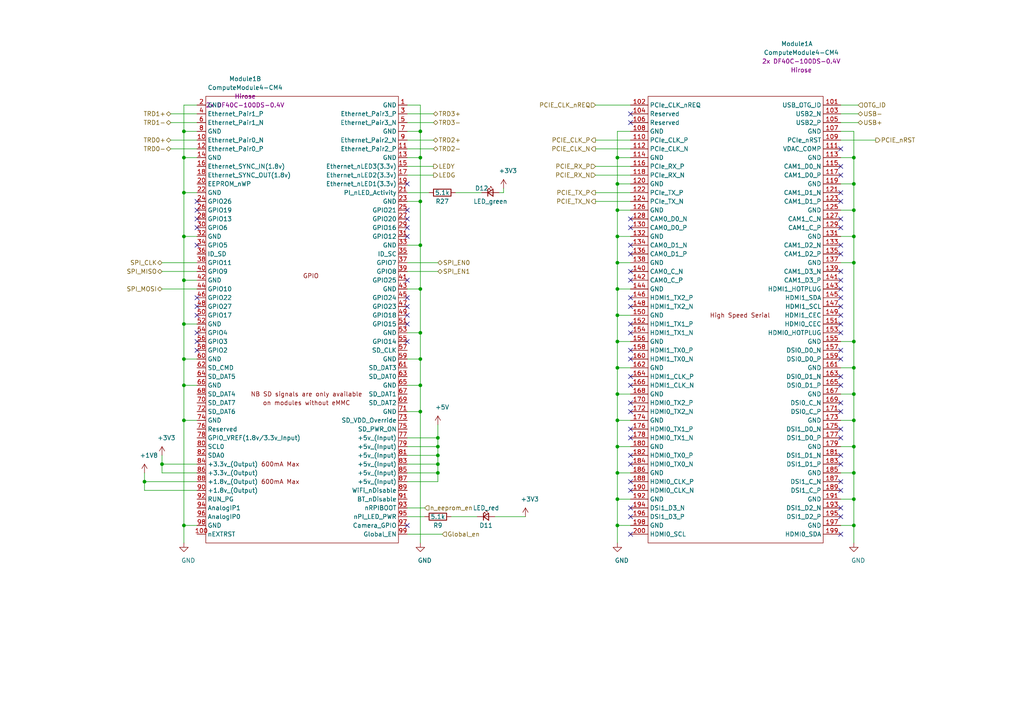
<source format=kicad_sch>
(kicad_sch (version 20211123) (generator eeschema)
  (paper "A4")
  (lib_symbols
    (symbol "CM4_NAS:ComputeModule4-CM4"
      (property "Reference" "Module" (at 113.03 -68.58 0))
      (property "Value" "ComputeModule4-CM4" (at 140.97 2.54 0))
      (property "Field4" "Hirose" (at 0 0 0))
      (property "Field5" "2x DF40C-100DS-0.4V" (at 0 -2.54 0))
      (symbol "ComputeModule4-CM4_1_0"
        (text "GPIO" (at 0 6.35 0) (effects (font (size 1.27 1.27))))
      )
      (symbol "ComputeModule4-CM4_1_1"
        (rectangle (start -30.48 -71.12) (end 25.4 58.42))
        (text "600mA Max" (at -8.89 -53.34 0) (effects (font (size 1.27 1.27))))
        (text "600mA Max" (at -8.89 -48.26 0) (effects (font (size 1.27 1.27))))
        (text "NB SD signals are only available" (at -1.27 -27.94 0) (effects (font (size 1.27 1.27))))
        (text "on modules without eMMC" (at -1.27 -30.48 0) (effects (font (size 1.27 1.27))))
        (pin power_in line (at 27.94 55.88 180) (length 2.54) (name "GND") (number "1"))
        (pin passive line (at -33.02 45.72 0) (length 2.54) (name "Ethernet_Pair0_N") (number "10"))
        (pin output line (at -33.02 -68.58 0) (length 2.54) (name "nEXTRST") (number "100"))
        (pin passive line (at 27.94 43.18 180) (length 2.54) (name "Ethernet_Pair2_P") (number "11"))
        (pin passive line (at -33.02 43.18 0) (length 2.54) (name "Ethernet_Pair0_P") (number "12"))
        (pin power_in line (at 27.94 40.64 180) (length 2.54) (name "GND") (number "13"))
        (pin power_in line (at -33.02 40.64 0) (length 2.54) (name "GND") (number "14"))
        (pin output line (at 27.94 38.1 180) (length 2.54) (name "Ethernet_nLED3(3.3v)") (number "15"))
        (pin input line (at -33.02 38.1 0) (length 2.54) (name "Ethernet_SYNC_IN(1.8v)") (number "16"))
        (pin output line (at 27.94 35.56 180) (length 2.54) (name "Ethernet_nLED2(3.3v)") (number "17"))
        (pin input line (at -33.02 35.56 0) (length 2.54) (name "Ethernet_SYNC_OUT(1.8v)") (number "18"))
        (pin output line (at 27.94 33.02 180) (length 2.54) (name "Ethernet_nLED1(3.3v)") (number "19"))
        (pin power_in line (at -33.02 55.88 0) (length 2.54) (name "GND") (number "2"))
        (pin passive line (at -33.02 33.02 0) (length 2.54) (name "EEPROM_nWP") (number "20"))
        (pin open_collector line (at 27.94 30.48 180) (length 2.54) (name "PI_nLED_Activity") (number "21"))
        (pin power_in line (at -33.02 30.48 0) (length 2.54) (name "GND") (number "22"))
        (pin power_in line (at 27.94 27.94 180) (length 2.54) (name "GND") (number "23"))
        (pin passive line (at -33.02 27.94 0) (length 2.54) (name "GPIO26") (number "24"))
        (pin passive line (at 27.94 25.4 180) (length 2.54) (name "GPIO21") (number "25"))
        (pin passive line (at -33.02 25.4 0) (length 2.54) (name "GPIO19") (number "26"))
        (pin passive line (at 27.94 22.86 180) (length 2.54) (name "GPIO20") (number "27"))
        (pin passive line (at -33.02 22.86 0) (length 2.54) (name "GPIO13") (number "28"))
        (pin passive line (at 27.94 20.32 180) (length 2.54) (name "GPIO16") (number "29"))
        (pin passive line (at 27.94 53.34 180) (length 2.54) (name "Ethernet_Pair3_P") (number "3"))
        (pin passive line (at -33.02 20.32 0) (length 2.54) (name "GPIO6") (number "30"))
        (pin passive line (at 27.94 17.78 180) (length 2.54) (name "GPIO12") (number "31"))
        (pin power_in line (at -33.02 17.78 0) (length 2.54) (name "GND") (number "32"))
        (pin power_in line (at 27.94 15.24 180) (length 2.54) (name "GND") (number "33"))
        (pin passive line (at -33.02 15.24 0) (length 2.54) (name "GPIO5") (number "34"))
        (pin passive line (at 27.94 12.7 180) (length 2.54) (name "ID_SC") (number "35"))
        (pin passive line (at -33.02 12.7 0) (length 2.54) (name "ID_SD") (number "36"))
        (pin passive line (at 27.94 10.16 180) (length 2.54) (name "GPIO7") (number "37"))
        (pin passive line (at -33.02 10.16 0) (length 2.54) (name "GPIO11") (number "38"))
        (pin passive line (at 27.94 7.62 180) (length 2.54) (name "GPIO8") (number "39"))
        (pin passive line (at -33.02 53.34 0) (length 2.54) (name "Ethernet_Pair1_P") (number "4"))
        (pin passive line (at -33.02 7.62 0) (length 2.54) (name "GPIO9") (number "40"))
        (pin passive line (at 27.94 5.08 180) (length 2.54) (name "GPIO25") (number "41"))
        (pin power_in line (at -33.02 5.08 0) (length 2.54) (name "GND") (number "42"))
        (pin power_in line (at 27.94 2.54 180) (length 2.54) (name "GND") (number "43"))
        (pin passive line (at -33.02 2.54 0) (length 2.54) (name "GPIO10") (number "44"))
        (pin passive line (at 27.94 0 180) (length 2.54) (name "GPIO24") (number "45"))
        (pin passive line (at -33.02 0 0) (length 2.54) (name "GPIO22") (number "46"))
        (pin passive line (at 27.94 -2.54 180) (length 2.54) (name "GPIO23") (number "47"))
        (pin passive line (at -33.02 -2.54 0) (length 2.54) (name "GPIO27") (number "48"))
        (pin passive line (at 27.94 -5.08 180) (length 2.54) (name "GPIO18") (number "49"))
        (pin passive line (at 27.94 50.8 180) (length 2.54) (name "Ethernet_Pair3_N") (number "5"))
        (pin passive line (at -33.02 -5.08 0) (length 2.54) (name "GPIO17") (number "50"))
        (pin passive line (at 27.94 -7.62 180) (length 2.54) (name "GPIO15") (number "51"))
        (pin power_in line (at -33.02 -7.62 0) (length 2.54) (name "GND") (number "52"))
        (pin power_in line (at 27.94 -10.16 180) (length 2.54) (name "GND") (number "53"))
        (pin passive line (at -33.02 -10.16 0) (length 2.54) (name "GPIO4") (number "54"))
        (pin passive line (at 27.94 -12.7 180) (length 2.54) (name "GPIO14") (number "55"))
        (pin passive line (at -33.02 -12.7 0) (length 2.54) (name "GPIO3") (number "56"))
        (pin passive line (at 27.94 -15.24 180) (length 2.54) (name "SD_CLK") (number "57"))
        (pin passive line (at -33.02 -15.24 0) (length 2.54) (name "GPIO2") (number "58"))
        (pin power_in line (at 27.94 -17.78 180) (length 2.54) (name "GND") (number "59"))
        (pin passive line (at -33.02 50.8 0) (length 2.54) (name "Ethernet_Pair1_N") (number "6"))
        (pin power_in line (at -33.02 -17.78 0) (length 2.54) (name "GND") (number "60"))
        (pin passive line (at 27.94 -20.32 180) (length 2.54) (name "SD_DAT3") (number "61"))
        (pin passive line (at -33.02 -20.32 0) (length 2.54) (name "SD_CMD") (number "62"))
        (pin passive line (at 27.94 -22.86 180) (length 2.54) (name "SD_DAT0") (number "63"))
        (pin passive line (at -33.02 -22.86 0) (length 2.54) (name "SD_DAT5") (number "64"))
        (pin power_in line (at 27.94 -25.4 180) (length 2.54) (name "GND") (number "65"))
        (pin power_in line (at -33.02 -25.4 0) (length 2.54) (name "GND") (number "66"))
        (pin passive line (at 27.94 -27.94 180) (length 2.54) (name "SD_DAT1") (number "67"))
        (pin passive line (at -33.02 -27.94 0) (length 2.54) (name "SD_DAT4") (number "68"))
        (pin passive line (at 27.94 -30.48 180) (length 2.54) (name "SD_DAT2") (number "69"))
        (pin power_in line (at 27.94 48.26 180) (length 2.54) (name "GND") (number "7"))
        (pin passive line (at -33.02 -30.48 0) (length 2.54) (name "SD_DAT7") (number "70"))
        (pin power_in line (at 27.94 -33.02 180) (length 2.54) (name "GND") (number "71"))
        (pin passive line (at -33.02 -33.02 0) (length 2.54) (name "SD_DAT6") (number "72"))
        (pin input line (at 27.94 -35.56 180) (length 2.54) (name "SD_VDD_Override") (number "73"))
        (pin power_in line (at -33.02 -35.56 0) (length 2.54) (name "GND") (number "74"))
        (pin output line (at 27.94 -38.1 180) (length 2.54) (name "SD_PWR_ON") (number "75"))
        (pin passive line (at -33.02 -38.1 0) (length 2.54) (name "Reserved") (number "76"))
        (pin power_in line (at 27.94 -40.64 180) (length 2.54) (name "+5v_(Input)") (number "77"))
        (pin power_in line (at -33.02 -40.64 0) (length 2.54) (name "GPIO_VREF(1.8v/3.3v_Input)") (number "78"))
        (pin power_in line (at 27.94 -43.18 180) (length 2.54) (name "+5v_(Input)") (number "79"))
        (pin power_in line (at -33.02 48.26 0) (length 2.54) (name "GND") (number "8"))
        (pin passive line (at -33.02 -43.18 0) (length 2.54) (name "SCL0") (number "80"))
        (pin power_in line (at 27.94 -45.72 180) (length 2.54) (name "+5v_(Input)") (number "81"))
        (pin passive line (at -33.02 -45.72 0) (length 2.54) (name "SDA0") (number "82"))
        (pin power_in line (at 27.94 -48.26 180) (length 2.54) (name "+5v_(Input)") (number "83"))
        (pin power_out line (at -33.02 -48.26 0) (length 2.54) (name "+3.3v_(Output)") (number "84"))
        (pin power_in line (at 27.94 -50.8 180) (length 2.54) (name "+5v_(Input)") (number "85"))
        (pin power_out line (at -33.02 -50.8 0) (length 2.54) (name "+3.3v_(Output)") (number "86"))
        (pin power_in line (at 27.94 -53.34 180) (length 2.54) (name "+5v_(Input)") (number "87"))
        (pin power_out line (at -33.02 -53.34 0) (length 2.54) (name "+1.8v_(Output)") (number "88"))
        (pin power_in line (at 27.94 -55.88 180) (length 2.54) (name "WiFi_nDisable") (number "89"))
        (pin passive line (at 27.94 45.72 180) (length 2.54) (name "Ethernet_Pair2_N") (number "9"))
        (pin power_out line (at -33.02 -55.88 0) (length 2.54) (name "+1.8v_(Output)") (number "90"))
        (pin power_in line (at 27.94 -58.42 180) (length 2.54) (name "BT_nDisable") (number "91"))
        (pin passive line (at -33.02 -58.42 0) (length 2.54) (name "RUN_PG") (number "92"))
        (pin input line (at 27.94 -60.96 180) (length 2.54) (name "nRPIBOOT") (number "93"))
        (pin passive line (at -33.02 -60.96 0) (length 2.54) (name "AnalogIP1") (number "94"))
        (pin output line (at 27.94 -63.5 180) (length 2.54) (name "nPI_LED_PWR") (number "95"))
        (pin passive line (at -33.02 -63.5 0) (length 2.54) (name "AnalogIP0") (number "96"))
        (pin passive line (at 27.94 -66.04 180) (length 2.54) (name "Camera_GPIO") (number "97"))
        (pin power_in line (at -33.02 -66.04 0) (length 2.54) (name "GND") (number "98"))
        (pin input line (at 27.94 -68.58 180) (length 2.54) (name "Global_EN") (number "99"))
      )
      (symbol "ComputeModule4-CM4_2_1"
        (rectangle (start 114.3 -66.04) (end 165.1 63.5))
        (text "High Speed Serial" (at 140.97 0 0) (effects (font (size 1.27 1.27))))
        (pin input line (at 170.18 60.96 180) (length 5.08) (name "USB_OTG_ID") (number "101"))
        (pin input line (at 109.22 60.96 0) (length 5.08) (name "PCIe_CLK_nREQ") (number "102"))
        (pin passive line (at 170.18 58.42 180) (length 5.08) (name "USB2_N") (number "103"))
        (pin passive line (at 109.22 58.42 0) (length 5.08) (name "Reserved") (number "104"))
        (pin passive line (at 170.18 55.88 180) (length 5.08) (name "USB2_P") (number "105"))
        (pin passive line (at 109.22 55.88 0) (length 5.08) (name "Reserved") (number "106"))
        (pin power_in line (at 170.18 53.34 180) (length 5.08) (name "GND") (number "107"))
        (pin power_in line (at 109.22 53.34 0) (length 5.08) (name "GND") (number "108"))
        (pin bidirectional line (at 170.18 50.8 180) (length 5.08) (name "PCIe_nRST") (number "109"))
        (pin output line (at 109.22 50.8 0) (length 5.08) (name "PCIe_CLK_P") (number "110"))
        (pin passive line (at 170.18 48.26 180) (length 5.08) (name "VDAC_COMP") (number "111"))
        (pin output line (at 109.22 48.26 0) (length 5.08) (name "PCIe_CLK_N") (number "112"))
        (pin power_in line (at 170.18 45.72 180) (length 5.08) (name "GND") (number "113"))
        (pin power_in line (at 109.22 45.72 0) (length 5.08) (name "GND") (number "114"))
        (pin input line (at 170.18 43.18 180) (length 5.08) (name "CAM1_D0_N") (number "115"))
        (pin input line (at 109.22 43.18 0) (length 5.08) (name "PCIe_RX_P") (number "116"))
        (pin input line (at 170.18 40.64 180) (length 5.08) (name "CAM1_D0_P") (number "117"))
        (pin input line (at 109.22 40.64 0) (length 5.08) (name "PCIe_RX_N") (number "118"))
        (pin power_in line (at 170.18 38.1 180) (length 5.08) (name "GND") (number "119"))
        (pin power_in line (at 109.22 38.1 0) (length 5.08) (name "GND") (number "120"))
        (pin input line (at 170.18 35.56 180) (length 5.08) (name "CAM1_D1_N") (number "121"))
        (pin output line (at 109.22 35.56 0) (length 5.08) (name "PCIe_TX_P") (number "122"))
        (pin input line (at 170.18 33.02 180) (length 5.08) (name "CAM1_D1_P") (number "123"))
        (pin output line (at 109.22 33.02 0) (length 5.08) (name "PCIe_TX_N") (number "124"))
        (pin power_in line (at 170.18 30.48 180) (length 5.08) (name "GND") (number "125"))
        (pin power_in line (at 109.22 30.48 0) (length 5.08) (name "GND") (number "126"))
        (pin input line (at 170.18 27.94 180) (length 5.08) (name "CAM1_C_N") (number "127"))
        (pin input line (at 109.22 27.94 0) (length 5.08) (name "CAM0_D0_N") (number "128"))
        (pin input line (at 170.18 25.4 180) (length 5.08) (name "CAM1_C_P") (number "129"))
        (pin input line (at 109.22 25.4 0) (length 5.08) (name "CAM0_D0_P") (number "130"))
        (pin power_in line (at 170.18 22.86 180) (length 5.08) (name "GND") (number "131"))
        (pin power_in line (at 109.22 22.86 0) (length 5.08) (name "GND") (number "132"))
        (pin input line (at 170.18 20.32 180) (length 5.08) (name "CAM1_D2_N") (number "133"))
        (pin input line (at 109.22 20.32 0) (length 5.08) (name "CAM0_D1_N") (number "134"))
        (pin input line (at 170.18 17.78 180) (length 5.08) (name "CAM1_D2_P") (number "135"))
        (pin input line (at 109.22 17.78 0) (length 5.08) (name "CAM0_D1_P") (number "136"))
        (pin power_in line (at 170.18 15.24 180) (length 5.08) (name "GND") (number "137"))
        (pin power_in line (at 109.22 15.24 0) (length 5.08) (name "GND") (number "138"))
        (pin input line (at 170.18 12.7 180) (length 5.08) (name "CAM1_D3_N") (number "139"))
        (pin input line (at 109.22 12.7 0) (length 5.08) (name "CAM0_C_N") (number "140"))
        (pin input line (at 170.18 10.16 180) (length 5.08) (name "CAM1_D3_P") (number "141"))
        (pin input line (at 109.22 10.16 0) (length 5.08) (name "CAM0_C_P") (number "142"))
        (pin input line (at 170.18 7.62 180) (length 5.08) (name "HDMI1_HOTPLUG") (number "143"))
        (pin power_in line (at 109.22 7.62 0) (length 5.08) (name "GND") (number "144"))
        (pin bidirectional line (at 170.18 5.08 180) (length 5.08) (name "HDMI1_SDA") (number "145"))
        (pin output line (at 109.22 5.08 0) (length 5.08) (name "HDMI1_TX2_P") (number "146"))
        (pin open_collector line (at 170.18 2.54 180) (length 5.08) (name "HDMI1_SCL") (number "147"))
        (pin output line (at 109.22 2.54 0) (length 5.08) (name "HDMI1_TX2_N") (number "148"))
        (pin open_collector line (at 170.18 0 180) (length 5.08) (name "HDMI1_CEC") (number "149"))
        (pin power_in line (at 109.22 0 0) (length 5.08) (name "GND") (number "150"))
        (pin open_collector line (at 170.18 -2.54 180) (length 5.08) (name "HDMI0_CEC") (number "151"))
        (pin output line (at 109.22 -2.54 0) (length 5.08) (name "HDMI1_TX1_P") (number "152"))
        (pin input line (at 170.18 -5.08 180) (length 5.08) (name "HDMI0_HOTPLUG") (number "153"))
        (pin output line (at 109.22 -5.08 0) (length 5.08) (name "HDMI1_TX1_N") (number "154"))
        (pin power_in line (at 170.18 -7.62 180) (length 5.08) (name "GND") (number "155"))
        (pin power_in line (at 109.22 -7.62 0) (length 5.08) (name "GND") (number "156"))
        (pin output line (at 170.18 -10.16 180) (length 5.08) (name "DSI0_D0_N") (number "157"))
        (pin output line (at 109.22 -10.16 0) (length 5.08) (name "HDMI1_TX0_P") (number "158"))
        (pin output line (at 170.18 -12.7 180) (length 5.08) (name "DSI0_D0_P") (number "159"))
        (pin output line (at 109.22 -12.7 0) (length 5.08) (name "HDMI1_TX0_N") (number "160"))
        (pin power_in line (at 170.18 -15.24 180) (length 5.08) (name "GND") (number "161"))
        (pin power_in line (at 109.22 -15.24 0) (length 5.08) (name "GND") (number "162"))
        (pin output line (at 170.18 -17.78 180) (length 5.08) (name "DSI0_D1_N") (number "163"))
        (pin output line (at 109.22 -17.78 0) (length 5.08) (name "HDMI1_CLK_P") (number "164"))
        (pin output line (at 170.18 -20.32 180) (length 5.08) (name "DSI0_D1_P") (number "165"))
        (pin output line (at 109.22 -20.32 0) (length 5.08) (name "HDMI1_CLK_N") (number "166"))
        (pin power_in line (at 170.18 -22.86 180) (length 5.08) (name "GND") (number "167"))
        (pin power_in line (at 109.22 -22.86 0) (length 5.08) (name "GND") (number "168"))
        (pin output line (at 170.18 -25.4 180) (length 5.08) (name "DSI0_C_N") (number "169"))
        (pin output line (at 109.22 -25.4 0) (length 5.08) (name "HDMI0_TX2_P") (number "170"))
        (pin output line (at 170.18 -27.94 180) (length 5.08) (name "DSI0_C_P") (number "171"))
        (pin output line (at 109.22 -27.94 0) (length 5.08) (name "HDMI0_TX2_N") (number "172"))
        (pin power_in line (at 170.18 -30.48 180) (length 5.08) (name "GND") (number "173"))
        (pin power_in line (at 109.22 -30.48 0) (length 5.08) (name "GND") (number "174"))
        (pin output line (at 170.18 -33.02 180) (length 5.08) (name "DSI1_D0_N") (number "175"))
        (pin output line (at 109.22 -33.02 0) (length 5.08) (name "HDMI0_TX1_P") (number "176"))
        (pin output line (at 170.18 -35.56 180) (length 5.08) (name "DSI1_D0_P") (number "177"))
        (pin output line (at 109.22 -35.56 0) (length 5.08) (name "HDMI0_TX1_N") (number "178"))
        (pin power_in line (at 170.18 -38.1 180) (length 5.08) (name "GND") (number "179"))
        (pin power_in line (at 109.22 -38.1 0) (length 5.08) (name "GND") (number "180"))
        (pin output line (at 170.18 -40.64 180) (length 5.08) (name "DSI1_D1_N") (number "181"))
        (pin output line (at 109.22 -40.64 0) (length 5.08) (name "HDMI0_TX0_P") (number "182"))
        (pin output line (at 170.18 -43.18 180) (length 5.08) (name "DSI1_D1_P") (number "183"))
        (pin output line (at 109.22 -43.18 0) (length 5.08) (name "HDMI0_TX0_N") (number "184"))
        (pin power_in line (at 170.18 -45.72 180) (length 5.08) (name "GND") (number "185"))
        (pin power_in line (at 109.22 -45.72 0) (length 5.08) (name "GND") (number "186"))
        (pin output line (at 170.18 -48.26 180) (length 5.08) (name "DSI1_C_N") (number "187"))
        (pin output line (at 109.22 -48.26 0) (length 5.08) (name "HDMI0_CLK_P") (number "188"))
        (pin output line (at 170.18 -50.8 180) (length 5.08) (name "DSI1_C_P") (number "189"))
        (pin output line (at 109.22 -50.8 0) (length 5.08) (name "HDMI0_CLK_N") (number "190"))
        (pin power_in line (at 170.18 -53.34 180) (length 5.08) (name "GND") (number "191"))
        (pin power_in line (at 109.22 -53.34 0) (length 5.08) (name "GND") (number "192"))
        (pin output line (at 170.18 -55.88 180) (length 5.08) (name "DSI1_D2_N") (number "193"))
        (pin output line (at 109.22 -55.88 0) (length 5.08) (name "DSI1_D3_N") (number "194"))
        (pin output line (at 170.18 -58.42 180) (length 5.08) (name "DSI1_D2_P") (number "195"))
        (pin output line (at 109.22 -58.42 0) (length 5.08) (name "DSI1_D3_P") (number "196"))
        (pin power_in line (at 170.18 -60.96 180) (length 5.08) (name "GND") (number "197"))
        (pin power_in line (at 109.22 -60.96 0) (length 5.08) (name "GND") (number "198"))
        (pin bidirectional line (at 170.18 -63.5 180) (length 5.08) (name "HDMI0_SDA") (number "199"))
        (pin open_collector line (at 109.22 -63.5 0) (length 5.08) (name "HDMI0_SCL") (number "200"))
      )
    )
    (symbol "Device:LED_Small" (pin_numbers hide) (pin_names (offset 0.254) hide)
      (property "Reference" "D" (at -1.27 3.175 0))
      (property "Value" "LED_Small" (at -4.445 -2.54 0))
      (symbol "LED_Small_0_1"
        (polyline (pts (xy -0.762 -1.016) (xy -0.762 1.016)) (stroke (width 0.254)))
        (polyline (pts (xy 1.016 0) (xy -0.762 0)))
        (polyline (pts (xy 0.762 -1.016) (xy -0.762 0) (xy 0.762 1.016) (xy 0.762 -1.016)) (stroke (width 0.254)))
        (polyline (pts (xy 0 0.762) (xy -0.508 1.27) (xy -0.254 1.27) (xy -0.508 1.27) (xy -0.508 1.016)))
        (polyline (pts (xy 0.508 1.27) (xy 0 1.778) (xy 0.254 1.778) (xy 0 1.778) (xy 0 1.524)))
      )
      (symbol "LED_Small_1_1"
        (pin passive line (at -2.54 0 0) (length 1.778) (name "K") (number "1"))
        (pin passive line (at 2.54 0 180) (length 1.778) (name "A") (number "2"))
      )
    )
    (symbol "Device:R" (pin_numbers hide) (pin_names (offset 0))
      (property "Reference" "R" (at 2.032 0 90))
      (property "Value" "R" (at 0 0 90))
      (symbol "R_0_1"
        (rectangle (start -1.016 -2.54) (end 1.016 2.54) (stroke (width 0.254)))
      )
      (symbol "R_1_1"
        (pin passive line (at 0 3.81 270) (length 1.27) (name "~") (number "1"))
        (pin passive line (at 0 -3.81 90) (length 1.27) (name "~") (number "2"))
      )
    )
    (symbol "power:+1V8" (power) (pin_names (offset 0))
      (property "Value" "+1V8" (at 0 3.556 0))
      (symbol "+1V8_0_1"
        (polyline (pts (xy -0.762 1.27) (xy 0 2.54)))
        (polyline (pts (xy 0 0) (xy 0 2.54)))
        (polyline (pts (xy 0 2.54) (xy 0.762 1.27)))
      )
      (symbol "+1V8_1_1"
        (pin power_in line (at 0 0 90) (length 0) hide (name "+1V8") (number "1"))
      )
    )
    (symbol "power:+3V3" (power) (pin_names (offset 0))
      (property "Value" "+3V3" (at 0 3.556 0))
      (symbol "+3V3_0_1"
        (polyline (pts (xy -0.762 1.27) (xy 0 2.54)))
        (polyline (pts (xy 0 0) (xy 0 2.54)))
        (polyline (pts (xy 0 2.54) (xy 0.762 1.27)))
      )
      (symbol "+3V3_1_1"
        (pin power_in line (at 0 0 90) (length 0) hide (name "+3V3") (number "1"))
      )
    )
    (symbol "power:+5V" (power) (pin_names (offset 0))
      (property "Value" "+5V" (at 0 3.556 0))
      (symbol "+5V_0_1"
        (polyline (pts (xy -0.762 1.27) (xy 0 2.54)))
        (polyline (pts (xy 0 0) (xy 0 2.54)))
        (polyline (pts (xy 0 2.54) (xy 0.762 1.27)))
      )
      (symbol "+5V_1_1"
        (pin power_in line (at 0 0 90) (length 0) hide (name "+5V") (number "1"))
      )
    )
    (symbol "power:GND" (power) (pin_names (offset 0))
      (property "Value" "GND" (at 0 -3.81 0))
      (symbol "GND_0_1"
        (polyline (pts (xy 0 0) (xy 0 -1.27) (xy 1.27 -1.27) (xy 0 -2.54) (xy -1.27 -1.27) (xy 0 -1.27)))
      )
      (symbol "GND_1_1"
        (pin power_in line (at 0 0 270) (length 0) hide (name "GND") (number "1"))
      )
    )
  )
  (junction (at 247.65 129.54) (diameter 0.9144))
  (junction (at 179.07 45.72) (diameter 0.9144))
  (junction (at 179.07 121.92) (diameter 0.9144))
  (junction (at 41.91 139.7) (diameter 0.9144))
  (junction (at 127 137.16) (diameter 0.9144))
  (junction (at 53.34 68.58) (diameter 0.9144))
  (junction (at 247.65 106.68) (diameter 0.9144))
  (junction (at 53.34 81.28) (diameter 0.9144))
  (junction (at 247.65 99.06) (diameter 0.9144))
  (junction (at 121.92 38.1) (diameter 0.9144))
  (junction (at 179.07 91.44) (diameter 0.9144))
  (junction (at 179.07 60.96) (diameter 0.9144))
  (junction (at 121.92 119.38) (diameter 0.9144))
  (junction (at 127 129.54) (diameter 0.9144))
  (junction (at 247.65 144.78) (diameter 0.9144))
  (junction (at 247.65 114.3) (diameter 0.9144))
  (junction (at 53.34 93.98) (diameter 0.9144))
  (junction (at 247.65 76.2) (diameter 0.9144))
  (junction (at 179.07 152.4) (diameter 0.9144))
  (junction (at 247.65 45.72) (diameter 0.9144))
  (junction (at 179.07 106.68) (diameter 0.9144))
  (junction (at 247.65 137.16) (diameter 0.9144))
  (junction (at 179.07 129.54) (diameter 0.9144))
  (junction (at 53.34 121.92) (diameter 0.9144))
  (junction (at 53.34 38.1) (diameter 0.9144))
  (junction (at 127 132.08) (diameter 0.9144))
  (junction (at 121.92 96.52) (diameter 0.9144))
  (junction (at 121.92 71.12) (diameter 0.9144))
  (junction (at 247.65 68.58) (diameter 0.9144))
  (junction (at 247.65 60.96) (diameter 0.9144))
  (junction (at 179.07 137.16) (diameter 0.9144))
  (junction (at 53.34 152.4) (diameter 0.9144))
  (junction (at 121.92 104.14) (diameter 0.9144))
  (junction (at 179.07 83.82) (diameter 0.9144))
  (junction (at 53.34 104.14) (diameter 0.9144))
  (junction (at 127 127) (diameter 0.9144))
  (junction (at 247.65 152.4) (diameter 0.9144))
  (junction (at 179.07 68.58) (diameter 0.9144))
  (junction (at 179.07 76.2) (diameter 0.9144))
  (junction (at 53.34 111.76) (diameter 0.9144))
  (junction (at 121.92 58.42) (diameter 0.9144))
  (junction (at 53.34 55.88) (diameter 0.9144))
  (junction (at 247.65 53.34) (diameter 0.9144))
  (junction (at 179.07 53.34) (diameter 0.9144))
  (junction (at 46.99 134.62) (diameter 0.9144))
  (junction (at 121.92 83.82) (diameter 0.9144))
  (junction (at 127 134.62) (diameter 0.9144))
  (junction (at 53.34 45.72) (diameter 0.9144))
  (junction (at 179.07 144.78) (diameter 0.9144))
  (junction (at 179.07 114.3) (diameter 0.9144))
  (junction (at 179.07 99.06) (diameter 0.9144))
  (junction (at 121.92 111.76) (diameter 0.9144))
  (junction (at 247.65 121.92) (diameter 0.9144))
  (junction (at 121.92 45.72) (diameter 0.9144))
  (no_connect (at 243.84 149.86))
  (no_connect (at 57.15 88.9))
  (no_connect (at 243.84 88.9))
  (no_connect (at 57.15 66.04))
  (no_connect (at 243.84 104.14))
  (no_connect (at 243.84 73.66))
  (no_connect (at 57.15 91.44))
  (no_connect (at 182.88 93.98))
  (no_connect (at 243.84 55.88))
  (no_connect (at 243.84 109.22))
  (no_connect (at 243.84 86.36))
  (no_connect (at 182.88 104.14))
  (no_connect (at 182.88 66.04))
  (no_connect (at 243.84 66.04))
  (no_connect (at 118.11 152.4))
  (no_connect (at 243.84 132.08))
  (no_connect (at 243.84 43.18))
  (no_connect (at 182.88 109.22))
  (no_connect (at 182.88 116.84))
  (no_connect (at 118.11 63.5))
  (no_connect (at 118.11 91.44))
  (no_connect (at 182.88 139.7))
  (no_connect (at 57.15 71.12))
  (no_connect (at 243.84 116.84))
  (no_connect (at 118.11 93.98))
  (no_connect (at 243.84 139.7))
  (no_connect (at 118.11 68.58))
  (no_connect (at 118.11 88.9))
  (no_connect (at 182.88 147.32))
  (no_connect (at 182.88 124.46))
  (no_connect (at 57.15 96.52))
  (no_connect (at 57.15 99.06))
  (no_connect (at 182.88 35.56))
  (no_connect (at 57.15 101.6))
  (no_connect (at 243.84 91.44))
  (no_connect (at 118.11 53.34))
  (no_connect (at 182.88 33.02))
  (no_connect (at 57.15 58.42))
  (no_connect (at 182.88 142.24))
  (no_connect (at 182.88 134.62))
  (no_connect (at 243.84 81.28))
  (no_connect (at 243.84 134.62))
  (no_connect (at 182.88 101.6))
  (no_connect (at 243.84 119.38))
  (no_connect (at 243.84 83.82))
  (no_connect (at 118.11 60.96))
  (no_connect (at 182.88 119.38))
  (no_connect (at 118.11 99.06))
  (no_connect (at 182.88 127))
  (no_connect (at 243.84 154.94))
  (no_connect (at 182.88 71.12))
  (no_connect (at 182.88 149.86))
  (no_connect (at 182.88 86.36))
  (no_connect (at 243.84 48.26))
  (no_connect (at 243.84 50.8))
  (no_connect (at 243.84 71.12))
  (no_connect (at 182.88 73.66))
  (no_connect (at 182.88 154.94))
  (no_connect (at 243.84 101.6))
  (no_connect (at 243.84 127))
  (no_connect (at 243.84 142.24))
  (no_connect (at 243.84 78.74))
  (no_connect (at 57.15 60.96))
  (no_connect (at 243.84 96.52))
  (no_connect (at 182.88 111.76))
  (no_connect (at 118.11 81.28))
  (no_connect (at 57.15 86.36))
  (no_connect (at 243.84 147.32))
  (no_connect (at 243.84 93.98))
  (no_connect (at 182.88 132.08))
  (no_connect (at 57.15 63.5))
  (no_connect (at 182.88 96.52))
  (no_connect (at 182.88 78.74))
  (no_connect (at 182.88 63.5))
  (no_connect (at 243.84 111.76))
  (no_connect (at 118.11 86.36))
  (no_connect (at 243.84 58.42))
  (no_connect (at 243.84 124.46))
  (no_connect (at 118.11 66.04))
  (no_connect (at 182.88 88.9))
  (no_connect (at 243.84 63.5))
  (no_connect (at 182.88 81.28))
  (wire (pts (xy 118.11 58.42) (xy 121.92 58.42)))
  (wire (pts (xy 243.84 35.56) (xy 248.92 35.56)))
  (wire (pts (xy 118.11 78.74) (xy 127 78.74)))
  (wire (pts (xy 247.65 76.2) (xy 247.65 99.06)))
  (wire (pts (xy 121.92 111.76) (xy 121.92 119.38)))
  (wire (pts (xy 118.11 48.26) (xy 125.73 48.26)))
  (wire (pts (xy 172.72 30.48) (xy 182.88 30.48)))
  (wire (pts (xy 121.92 71.12) (xy 121.92 83.82)))
  (wire (pts (xy 132.08 55.88) (xy 139.7 55.88)))
  (wire (pts (xy 118.11 76.2) (xy 127 76.2)))
  (wire (pts (xy 179.07 53.34) (xy 179.07 60.96)))
  (wire (pts (xy 49.53 33.02) (xy 57.15 33.02)))
  (wire (pts (xy 243.84 30.48) (xy 248.92 30.48)))
  (wire (pts (xy 243.84 121.92) (xy 247.65 121.92)))
  (wire (pts (xy 179.07 106.68) (xy 179.07 114.3)))
  (wire (pts (xy 118.11 45.72) (xy 121.92 45.72)))
  (wire (pts (xy 118.11 154.94) (xy 128.27 154.94)))
  (wire (pts (xy 118.11 132.08) (xy 127 132.08)))
  (wire (pts (xy 127 132.08) (xy 127 129.54)))
  (wire (pts (xy 121.92 38.1) (xy 121.92 45.72)))
  (wire (pts (xy 118.11 83.82) (xy 121.92 83.82)))
  (wire (pts (xy 53.34 152.4) (xy 53.34 157.48)))
  (wire (pts (xy 118.11 40.64) (xy 125.73 40.64)))
  (wire (pts (xy 172.72 50.8) (xy 182.88 50.8)))
  (wire (pts (xy 179.07 99.06) (xy 182.88 99.06)))
  (wire (pts (xy 247.65 114.3) (xy 247.65 121.92)))
  (wire (pts (xy 53.34 104.14) (xy 53.34 111.76)))
  (wire (pts (xy 53.34 152.4) (xy 57.15 152.4)))
  (wire (pts (xy 49.53 40.64) (xy 57.15 40.64)))
  (wire (pts (xy 247.65 129.54) (xy 247.65 137.16)))
  (wire (pts (xy 53.34 68.58) (xy 53.34 81.28)))
  (wire (pts (xy 243.84 53.34) (xy 247.65 53.34)))
  (wire (pts (xy 179.07 144.78) (xy 182.88 144.78)))
  (wire (pts (xy 247.65 137.16) (xy 247.65 144.78)))
  (wire (pts (xy 146.05 55.88) (xy 146.05 54.61)))
  (wire (pts (xy 243.84 129.54) (xy 247.65 129.54)))
  (wire (pts (xy 172.72 55.88) (xy 182.88 55.88)))
  (wire (pts (xy 53.34 38.1) (xy 57.15 38.1)))
  (wire (pts (xy 118.11 33.02) (xy 125.73 33.02)))
  (wire (pts (xy 243.84 152.4) (xy 247.65 152.4)))
  (wire (pts (xy 179.07 76.2) (xy 182.88 76.2)))
  (wire (pts (xy 118.11 134.62) (xy 127 134.62)))
  (wire (pts (xy 127 134.62) (xy 127 132.08)))
  (wire (pts (xy 247.65 68.58) (xy 247.65 76.2)))
  (wire (pts (xy 121.92 83.82) (xy 121.92 96.52)))
  (wire (pts (xy 53.34 81.28) (xy 53.34 93.98)))
  (wire (pts (xy 46.99 132.08) (xy 46.99 134.62)))
  (wire (pts (xy 46.99 134.62) (xy 57.15 134.62)))
  (wire (pts (xy 179.07 91.44) (xy 179.07 99.06)))
  (wire (pts (xy 118.11 55.88) (xy 124.46 55.88)))
  (wire (pts (xy 247.65 45.72) (xy 247.65 53.34)))
  (wire (pts (xy 121.92 45.72) (xy 121.92 58.42)))
  (wire (pts (xy 118.11 119.38) (xy 121.92 119.38)))
  (wire (pts (xy 118.11 71.12) (xy 121.92 71.12)))
  (wire (pts (xy 53.34 93.98) (xy 53.34 104.14)))
  (wire (pts (xy 49.53 43.18) (xy 57.15 43.18)))
  (wire (pts (xy 243.84 99.06) (xy 247.65 99.06)))
  (wire (pts (xy 243.84 60.96) (xy 247.65 60.96)))
  (wire (pts (xy 130.81 149.86) (xy 138.43 149.86)))
  (wire (pts (xy 247.65 121.92) (xy 247.65 129.54)))
  (wire (pts (xy 243.84 114.3) (xy 247.65 114.3)))
  (wire (pts (xy 179.07 91.44) (xy 182.88 91.44)))
  (wire (pts (xy 179.07 60.96) (xy 179.07 68.58)))
  (wire (pts (xy 247.65 152.4) (xy 247.65 157.48)))
  (wire (pts (xy 179.07 106.68) (xy 182.88 106.68)))
  (wire (pts (xy 53.34 38.1) (xy 53.34 45.72)))
  (wire (pts (xy 172.72 40.64) (xy 182.88 40.64)))
  (wire (pts (xy 53.34 45.72) (xy 53.34 55.88)))
  (wire (pts (xy 179.07 121.92) (xy 179.07 129.54)))
  (wire (pts (xy 179.07 68.58) (xy 182.88 68.58)))
  (wire (pts (xy 118.11 35.56) (xy 125.73 35.56)))
  (wire (pts (xy 53.34 68.58) (xy 57.15 68.58)))
  (wire (pts (xy 41.91 137.16) (xy 41.91 139.7)))
  (wire (pts (xy 41.91 139.7) (xy 57.15 139.7)))
  (wire (pts (xy 53.34 104.14) (xy 57.15 104.14)))
  (wire (pts (xy 53.34 55.88) (xy 57.15 55.88)))
  (wire (pts (xy 53.34 121.92) (xy 53.34 152.4)))
  (wire (pts (xy 46.99 78.74) (xy 57.15 78.74)))
  (wire (pts (xy 53.34 111.76) (xy 57.15 111.76)))
  (wire (pts (xy 179.07 76.2) (xy 179.07 83.82)))
  (wire (pts (xy 243.84 106.68) (xy 247.65 106.68)))
  (wire (pts (xy 243.84 76.2) (xy 247.65 76.2)))
  (wire (pts (xy 179.07 83.82) (xy 182.88 83.82)))
  (wire (pts (xy 243.84 33.02) (xy 248.92 33.02)))
  (wire (pts (xy 179.07 137.16) (xy 179.07 144.78)))
  (wire (pts (xy 118.11 147.32) (xy 123.19 147.32)))
  (wire (pts (xy 179.07 45.72) (xy 182.88 45.72)))
  (wire (pts (xy 143.51 149.86) (xy 152.4 149.86)))
  (wire (pts (xy 53.34 55.88) (xy 53.34 68.58)))
  (wire (pts (xy 118.11 111.76) (xy 121.92 111.76)))
  (wire (pts (xy 179.07 99.06) (xy 179.07 106.68)))
  (wire (pts (xy 53.34 111.76) (xy 53.34 121.92)))
  (wire (pts (xy 243.84 144.78) (xy 247.65 144.78)))
  (wire (pts (xy 179.07 45.72) (xy 179.07 53.34)))
  (wire (pts (xy 243.84 38.1) (xy 247.65 38.1)))
  (wire (pts (xy 179.07 38.1) (xy 179.07 45.72)))
  (wire (pts (xy 121.92 30.48) (xy 121.92 38.1)))
  (wire (pts (xy 121.92 104.14) (xy 121.92 111.76)))
  (wire (pts (xy 121.92 119.38) (xy 121.92 157.48)))
  (wire (pts (xy 247.65 38.1) (xy 247.65 45.72)))
  (wire (pts (xy 243.84 40.64) (xy 254 40.64)))
  (wire (pts (xy 243.84 45.72) (xy 247.65 45.72)))
  (wire (pts (xy 179.07 83.82) (xy 179.07 91.44)))
  (wire (pts (xy 172.72 58.42) (xy 182.88 58.42)))
  (wire (pts (xy 127 123.19) (xy 127 127)))
  (wire (pts (xy 127 127) (xy 118.11 127)))
  (wire (pts (xy 41.91 142.24) (xy 41.91 139.7)))
  (wire (pts (xy 41.91 142.24) (xy 57.15 142.24)))
  (wire (pts (xy 179.07 152.4) (xy 182.88 152.4)))
  (wire (pts (xy 53.34 121.92) (xy 57.15 121.92)))
  (wire (pts (xy 53.34 81.28) (xy 57.15 81.28)))
  (wire (pts (xy 118.11 96.52) (xy 121.92 96.52)))
  (wire (pts (xy 179.07 121.92) (xy 182.88 121.92)))
  (wire (pts (xy 179.07 53.34) (xy 182.88 53.34)))
  (wire (pts (xy 179.07 129.54) (xy 179.07 137.16)))
  (wire (pts (xy 118.11 50.8) (xy 125.73 50.8)))
  (wire (pts (xy 179.07 114.3) (xy 182.88 114.3)))
  (wire (pts (xy 172.72 48.26) (xy 182.88 48.26)))
  (wire (pts (xy 46.99 137.16) (xy 46.99 134.62)))
  (wire (pts (xy 57.15 137.16) (xy 46.99 137.16)))
  (wire (pts (xy 247.65 53.34) (xy 247.65 60.96)))
  (wire (pts (xy 179.07 144.78) (xy 179.07 152.4)))
  (wire (pts (xy 172.72 43.18) (xy 182.88 43.18)))
  (wire (pts (xy 118.11 137.16) (xy 127 137.16)))
  (wire (pts (xy 127 137.16) (xy 127 134.62)))
  (wire (pts (xy 247.65 144.78) (xy 247.65 152.4)))
  (wire (pts (xy 118.11 129.54) (xy 127 129.54)))
  (wire (pts (xy 127 129.54) (xy 127 127)))
  (wire (pts (xy 49.53 35.56) (xy 57.15 35.56)))
  (wire (pts (xy 118.11 149.86) (xy 123.19 149.86)))
  (wire (pts (xy 243.84 137.16) (xy 247.65 137.16)))
  (wire (pts (xy 118.11 104.14) (xy 121.92 104.14)))
  (wire (pts (xy 179.07 60.96) (xy 182.88 60.96)))
  (wire (pts (xy 118.11 30.48) (xy 121.92 30.48)))
  (wire (pts (xy 179.07 129.54) (xy 182.88 129.54)))
  (wire (pts (xy 121.92 96.52) (xy 121.92 104.14)))
  (wire (pts (xy 118.11 38.1) (xy 121.92 38.1)))
  (wire (pts (xy 53.34 30.48) (xy 53.34 38.1)))
  (wire (pts (xy 179.07 114.3) (xy 179.07 121.92)))
  (wire (pts (xy 118.11 139.7) (xy 127 139.7)))
  (wire (pts (xy 127 139.7) (xy 127 137.16)))
  (wire (pts (xy 182.88 38.1) (xy 179.07 38.1)))
  (wire (pts (xy 179.07 152.4) (xy 179.07 157.48)))
  (wire (pts (xy 53.34 45.72) (xy 57.15 45.72)))
  (wire (pts (xy 121.92 58.42) (xy 121.92 71.12)))
  (wire (pts (xy 179.07 68.58) (xy 179.07 76.2)))
  (wire (pts (xy 46.99 83.82) (xy 57.15 83.82)))
  (wire (pts (xy 57.15 30.48) (xy 53.34 30.48)))
  (wire (pts (xy 118.11 43.18) (xy 125.73 43.18)))
  (wire (pts (xy 182.88 137.16) (xy 179.07 137.16)))
  (wire (pts (xy 46.99 76.2) (xy 57.15 76.2)))
  (wire (pts (xy 144.78 55.88) (xy 146.05 55.88)))
  (wire (pts (xy 247.65 106.68) (xy 247.65 114.3)))
  (wire (pts (xy 53.34 93.98) (xy 57.15 93.98)))
  (wire (pts (xy 243.84 68.58) (xy 247.65 68.58)))
  (wire (pts (xy 247.65 60.96) (xy 247.65 68.58)))
  (wire (pts (xy 247.65 99.06) (xy 247.65 106.68)))
  (hierarchical_label "PCIE_nRST" (shape output) (at 254 40.64 0))
  (hierarchical_label "PCIE_CLK_nREQ" (shape input) (at 172.72 30.48 180))
  (hierarchical_label "SPI_EN0" (shape bidirectional) (at 127 76.2 0))
  (hierarchical_label "SPI_EN1" (shape bidirectional) (at 127 78.74 0))
  (hierarchical_label "USB-" (shape bidirectional) (at 248.92 33.02 0))
  (hierarchical_label "PCIE_TX_P" (shape output) (at 172.72 55.88 180))
  (hierarchical_label "TRD1-" (shape bidirectional) (at 49.53 35.56 180))
  (hierarchical_label "PCIE_TX_N" (shape output) (at 172.72 58.42 180))
  (hierarchical_label "TRD2+" (shape bidirectional) (at 125.73 40.64 0))
  (hierarchical_label "TRD3+" (shape bidirectional) (at 125.73 33.02 0))
  (hierarchical_label "PCIE_CLK_P" (shape output) (at 172.72 40.64 180))
  (hierarchical_label "SPI_MISO" (shape bidirectional) (at 46.99 78.74 180))
  (hierarchical_label "n_eeprom_en" (shape input) (at 123.19 147.32 0))
  (hierarchical_label "TRD3-" (shape bidirectional) (at 125.73 35.56 0))
  (hierarchical_label "PCIE_RX_P" (shape input) (at 172.72 48.26 180))
  (hierarchical_label "TRD0+" (shape bidirectional) (at 49.53 40.64 180))
  (hierarchical_label "SPI_MOSI" (shape bidirectional) (at 46.99 83.82 180))
  (hierarchical_label "PCIE_RX_N" (shape input) (at 172.72 50.8 180))
  (hierarchical_label "PCIE_CLK_N" (shape output) (at 172.72 43.18 180))
  (hierarchical_label "OTG_ID" (shape input) (at 248.92 30.48 0))
  (hierarchical_label "Global_en" (shape input) (at 128.27 154.94 0))
  (hierarchical_label "USB+" (shape bidirectional) (at 248.92 35.56 0))
  (hierarchical_label "LEDG" (shape output) (at 125.73 50.8 0))
  (hierarchical_label "TRD2-" (shape bidirectional) (at 125.73 43.18 0))
  (hierarchical_label "SPI_CLK" (shape bidirectional) (at 46.99 76.2 180))
  (hierarchical_label "TRD1+" (shape bidirectional) (at 49.53 33.02 180))
  (hierarchical_label "LEDY" (shape output) (at 125.73 48.26 0))
  (hierarchical_label "TRD0-" (shape bidirectional) (at 49.53 43.18 180))
  (symbol (lib_id "Device:R") (at 127 149.86 90) (unit 1)
    (property "Reference" "R9" (at 127 152.4 90))
    (property "Value" "5.1k" (at 127 149.86 90))
    (property "Footprint" "Resistor_SMD:R_0402_1005Metric" (effects hide))
    (property "MFR" "Yageo" (effects hide))
    (property "MPN" "RC0402FR-135K1L" (effects hide))
  )
  (symbol (lib_id "power:GND") (at 121.92 157.48 0) (unit 1)
    (property "Reference" "#PWR0109" (effects hide))
    (property "Value" "GND" (at 123.19 162.56 0))
  )
  (symbol (lib_id "power:+3V3") (at 152.4 149.86 0) (unit 1)
    (property "Reference" "#PWR0182" (effects hide))
    (property "Value" "+3V3" (at 153.67 144.78 0))
  )
  (symbol (lib_id "Device:R") (at 128.27 55.88 90) (unit 1)
    (property "Reference" "R27" (at 128.27 58.42 90))
    (property "Value" "5.1k" (at 128.27 55.88 90))
    (property "Footprint" "Resistor_SMD:R_0402_1005Metric" (effects hide))
    (property "MFR" "Yageo" (effects hide))
    (property "MPN" "RC0402FR-135K1L" (effects hide))
  )
  (symbol (lib_id "power:+5V") (at 127 123.19 0) (unit 1)
    (property "Reference" "#PWR0175" (effects hide))
    (property "Value" "+5V" (at 128.27 118.11 0))
  )
  (symbol (lib_id "power:+3V3") (at 146.05 54.61 0) (unit 1)
    (property "Reference" "#PWR0183" (effects hide))
    (property "Value" "+3V3" (at 147.32 49.53 0))
  )
  (symbol (lib_id "Device:LED_Small") (at 140.97 149.86 0) (unit 1)
    (property "Reference" "D11" (at 140.97 152.4 0))
    (property "Value" "LED_red" (at 140.97 147.32 0))
    (property "Footprint" "LED_SMD:LED_0603_1608Metric" (effects hide))
    (property "MFR" "Kingbright" (effects hide))
    (property "MPN" "APHD1608LSURCK" (effects hide))
  )
  (symbol (lib_id "power:+3V3") (at 46.99 132.08 0) (unit 1)
    (property "Reference" "#PWR0173" (effects hide))
    (property "Value" "+3V3" (at 48.26 127 0))
  )
  (symbol (lib_id "power:GND") (at 247.65 157.48 0) (unit 1)
    (property "Reference" "#PWR0107" (effects hide))
    (property "Value" "GND" (at 248.92 162.56 0))
  )
  (symbol (lib_id "power:GND") (at 53.34 157.48 0) (unit 1)
    (property "Reference" "#PWR0110" (effects hide))
    (property "Value" "GND" (at 54.61 162.56 0))
  )
  (symbol (lib_id "power:GND") (at 179.07 157.48 0) (unit 1)
    (property "Reference" "#PWR0108" (effects hide))
    (property "Value" "GND" (at 180.34 162.56 0))
  )
  (symbol (lib_id "Device:LED_Small") (at 142.24 55.88 0) (unit 1)
    (property "Reference" "D12" (at 139.7 54.61 0))
    (property "Value" "LED_green" (at 142.24 58.42 0))
    (property "Footprint" "LED_SMD:LED_0603_1608Metric" (effects hide))
    (property "MFR" "Kingbright" (effects hide))
    (property "MPN" "APTD1608LCGCK" (effects hide))
  )
  (symbol (lib_id "CM4_NAS:ComputeModule4-CM4") (at 90.17 86.36 0) (unit 1)
    (property "Reference" "Module1" (at 231.14 12.7 0))
    (property "Value" "ComputeModule4-CM4" (at 232.41 15.24 0))
    (property "Footprint" "CM4+NAS:Raspberry-Pi-4-Compute-Module" (effects hide))
    (property "Field4" "Hirose" (at 232.41 20.32 0))
    (property "Field5" "2x DF40C-100DS-0.4V" (at 232.41 17.78 0))
    (property "MFR" "Sparkfun" (effects hide))
    (property "MPN" "DEV-17392" (effects hide))
  )
  (symbol (lib_id "power:+1V8") (at 41.91 137.16 0) (unit 1)
    (property "Reference" "#PWR0174" (effects hide))
    (property "Value" "+1V8" (at 43.18 132.08 0))
  )
  (symbol (lib_id "CM4_NAS:ComputeModule4-CM4") (at 73.66 91.44 0) (unit 2)
    (property "Reference" "Module1" (at 71.12 22.86 0))
    (property "Value" "ComputeModule4-CM4" (at 71.12 25.4 0))
    (property "Footprint" "CM4+NAS:Raspberry-Pi-4-Compute-Module" (effects hide))
    (property "Field4" "Hirose" (at 71.12 27.94 0))
    (property "Field5" "2x DF40C-100DS-0.4V" (at 71.12 30.48 0))
    (property "MFR" "Sparkfun" (effects hide))
    (property "MPN" "DEV-17392" (effects hide))
  )
)
</source>
